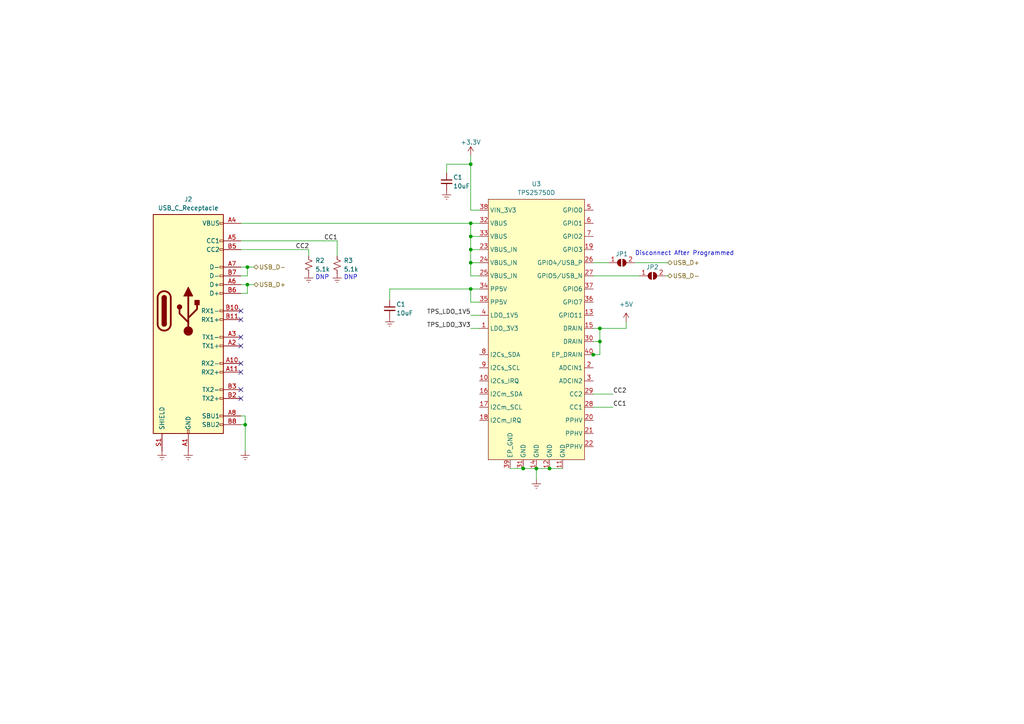
<source format=kicad_sch>
(kicad_sch (version 20230121) (generator eeschema)
  (paper "A4")
  (lib_symbols
    (symbol "Connector:USB_C_Receptacle" (pin_names (offset 1.016))
      (property "Reference" "J" (at -10.16 29.21 0))
      (property "Value" "USB_C_Receptacle" (at 10.16 29.21 0))
      (symbol "USB_C_Receptacle_0_0"
        (rectangle (start -0.254 -35.56) (end 0.254 -34.544))
        (rectangle (start 10.16 -32.766) (end 9.144 -33.274))
        (rectangle (start 10.16 -30.226) (end 9.144 -30.734))
        (rectangle (start 10.16 -25.146) (end 9.144 -25.654))
        (rectangle (start 10.16 -22.606) (end 9.144 -23.114))
        (rectangle (start 10.16 -17.526) (end 9.144 -18.034))
        (rectangle (start 10.16 -14.986) (end 9.144 -15.494))
        (rectangle (start 10.16 -9.906) (end 9.144 -10.414))
        (rectangle (start 10.16 -7.366) (end 9.144 -7.874))
        (rectangle (start 10.16 -2.286) (end 9.144 -2.794))
        (rectangle (start 10.16 0.254) (end 9.144 -0.254))
        (rectangle (start 10.16 5.334) (end 9.144 4.826))
        (rectangle (start 10.16 7.874) (end 9.144 7.366))
        (rectangle (start 10.16 10.414) (end 9.144 9.906))
        (rectangle (start 10.16 12.954) (end 9.144 12.446))
        (rectangle (start 10.16 18.034) (end 9.144 17.526))
        (rectangle (start 10.16 20.574) (end 9.144 20.066))
        (rectangle (start 10.16 25.654) (end 9.144 25.146))
      )
      (symbol "USB_C_Receptacle_0_1"
        (rectangle (start -10.16 27.94) (end 10.16 -35.56) (stroke (width 0.254)) (fill (type background)))
        (arc (start -8.89 -3.81) (mid -6.985 -5.7067) (end -5.08 -3.81) (stroke (width 0.508)))
        (arc (start -7.62 -3.81) (mid -6.985 -4.4423) (end -6.35 -3.81) (stroke (width 0.254)))
        (arc (start -7.62 -3.81) (mid -6.985 -4.4423) (end -6.35 -3.81) (stroke (width 0.254)) (fill (type outline)))
        (rectangle (start -7.62 -3.81) (end -6.35 3.81) (stroke (width 0.254)) (fill (type outline)))
        (arc (start -6.35 3.81) (mid -6.985 4.4423) (end -7.62 3.81) (stroke (width 0.254)))
        (arc (start -6.35 3.81) (mid -6.985 4.4423) (end -7.62 3.81) (stroke (width 0.254)) (fill (type outline)))
        (arc (start -5.08 3.81) (mid -6.985 5.7067) (end -8.89 3.81) (stroke (width 0.508)))
        (polyline (pts (xy -8.89 -3.81) (xy -8.89 3.81)) (stroke (width 0.508)))
        (polyline (pts (xy -5.08 3.81) (xy -5.08 -3.81)) (stroke (width 0.508)))
      )
      (symbol "USB_C_Receptacle_1_1"
        (circle (center -2.54 1.143) (radius 0.635) (stroke (width 0.254)) (fill (type outline)))
        (circle (center 0 -5.842) (radius 1.27) (fill (type outline)))
        (polyline (pts (xy 0 -5.842) (xy 0 4.318)) (stroke (width 0.508)))
        (polyline (pts (xy 0 -3.302) (xy -2.54 -0.762) (xy -2.54 0.508)) (stroke (width 0.508)))
        (polyline (pts (xy 0 -2.032) (xy 2.54 0.508) (xy 2.54 1.778)) (stroke (width 0.508)))
        (polyline (pts (xy -1.27 4.318) (xy 0 6.858) (xy 1.27 4.318) (xy -1.27 4.318)) (stroke (width 0.254)) (fill (type outline)))
        (rectangle (start 1.905 1.778) (end 3.175 3.048) (stroke (width 0.254)) (fill (type outline)))
        (pin passive line (at 0 -40.64 90) (length 5.08) (name "GND") (number "A1"))
        (pin bidirectional line (at 15.24 -15.24 180) (length 5.08) (name "RX2-") (number "A10"))
        (pin bidirectional line (at 15.24 -17.78 180) (length 5.08) (name "RX2+") (number "A11"))
        (pin passive line (at 0 -40.64 90) (length 5.08) hide (name "GND") (number "A12"))
        (pin bidirectional line (at 15.24 -10.16 180) (length 5.08) (name "TX1+") (number "A2"))
        (pin bidirectional line (at 15.24 -7.62 180) (length 5.08) (name "TX1-") (number "A3"))
        (pin passive line (at 15.24 25.4 180) (length 5.08) (name "VBUS") (number "A4"))
        (pin bidirectional line (at 15.24 20.32 180) (length 5.08) (name "CC1") (number "A5"))
        (pin bidirectional line (at 15.24 7.62 180) (length 5.08) (name "D+") (number "A6"))
        (pin bidirectional line (at 15.24 12.7 180) (length 5.08) (name "D-") (number "A7"))
        (pin bidirectional line (at 15.24 -30.48 180) (length 5.08) (name "SBU1") (number "A8"))
        (pin passive line (at 15.24 25.4 180) (length 5.08) hide (name "VBUS") (number "A9"))
        (pin passive line (at 0 -40.64 90) (length 5.08) hide (name "GND") (number "B1"))
        (pin bidirectional line (at 15.24 0 180) (length 5.08) (name "RX1-") (number "B10"))
        (pin bidirectional line (at 15.24 -2.54 180) (length 5.08) (name "RX1+") (number "B11"))
        (pin passive line (at 0 -40.64 90) (length 5.08) hide (name "GND") (number "B12"))
        (pin bidirectional line (at 15.24 -25.4 180) (length 5.08) (name "TX2+") (number "B2"))
        (pin bidirectional line (at 15.24 -22.86 180) (length 5.08) (name "TX2-") (number "B3"))
        (pin passive line (at 15.24 25.4 180) (length 5.08) hide (name "VBUS") (number "B4"))
        (pin bidirectional line (at 15.24 17.78 180) (length 5.08) (name "CC2") (number "B5"))
        (pin bidirectional line (at 15.24 5.08 180) (length 5.08) (name "D+") (number "B6"))
        (pin bidirectional line (at 15.24 10.16 180) (length 5.08) (name "D-") (number "B7"))
        (pin bidirectional line (at 15.24 -33.02 180) (length 5.08) (name "SBU2") (number "B8"))
        (pin passive line (at 15.24 25.4 180) (length 5.08) hide (name "VBUS") (number "B9"))
        (pin passive line (at -7.62 -40.64 90) (length 5.08) (name "SHIELD") (number "S1"))
      )
    )
    (symbol "Jumper:SolderJumper_2_Open" (pin_names (offset 0) hide)
      (property "Reference" "JP" (at 0 2.032 0))
      (property "Value" "SolderJumper_2_Open" (at 0 -2.54 0))
      (symbol "SolderJumper_2_Open_0_1"
        (arc (start -0.254 1.016) (mid -1.2656 0) (end -0.254 -1.016))
        (arc (start -0.254 1.016) (mid -1.2656 0) (end -0.254 -1.016) (fill (type outline)))
        (polyline (pts (xy -0.254 1.016) (xy -0.254 -1.016)))
        (polyline (pts (xy 0.254 1.016) (xy 0.254 -1.016)))
        (arc (start 0.254 -1.016) (mid 1.2656 0) (end 0.254 1.016))
        (arc (start 0.254 -1.016) (mid 1.2656 0) (end 0.254 1.016) (fill (type outline)))
      )
      (symbol "SolderJumper_2_Open_1_1"
        (pin passive line (at -3.81 0 0) (length 2.54) (name "A") (number "1"))
        (pin passive line (at 3.81 0 180) (length 2.54) (name "B") (number "2"))
      )
    )
    (symbol "elias_kountouris_manifest:C_10uF_6.3V_0402" (pin_numbers hide) (pin_names (offset 0) hide)
      (property "Reference" "C" (at 2.54 1.27 0))
      (property "Value" "10uF" (at 4.3665 -0.8811 0))
      (symbol "C_10uF_6.3V_0402_0_1"
        (polyline (pts (xy -1.524 -0.508) (xy 1.524 -0.508)) (stroke (width 0.3302)))
        (polyline (pts (xy -1.524 0.508) (xy 1.524 0.508)) (stroke (width 0.3048)))
      )
      (symbol "C_10uF_6.3V_0402_1_1"
        (pin passive line (at 0 2.54 270) (length 2.032) (name "~") (number "1"))
        (pin passive line (at 0 -2.54 90) (length 2.032) (name "~") (number "2"))
      )
    )
    (symbol "elias_kountouris_manifest:R_5.1k_0402" (pin_numbers hide) (pin_names (offset 0) hide)
      (property "Reference" "R" (at 2.2288 1.2496 0))
      (property "Value" "5.1k" (at 3.81 -1.27 0))
      (symbol "R_5.1k_0402_1_1"
        (polyline (pts (xy 0 0) (xy 1.016 -0.381) (xy 0 -0.762) (xy -1.016 -1.143) (xy 0 -1.524)))
        (polyline (pts (xy 0 1.524) (xy 1.016 1.143) (xy 0 0.762) (xy -1.016 0.381) (xy 0 0)))
        (pin passive line (at 0 2.54 270) (length 1.016) (name "~") (number "1"))
        (pin passive line (at 0 -2.54 90) (length 1.016) (name "~") (number "2"))
      )
    )
    (symbol "oscilliscope:TPS25750D"
      (property "Reference" "U" (at 0 6.35 0))
      (property "Value" "TPS25750D" (at 0 3.81 0))
      (symbol "TPS25750D_1_1"
        (rectangle (start -13.97 1.905) (end 13.97 -73.66) (fill (type background)))
        (pin power_out line (at -16.51 -35.56 0) (length 2.54) (name "LDO_3V3") (number "1"))
        (pin bidirectional line (at -16.51 -50.8 0) (length 2.54) (name "I2Cs_IRQ") (number "10"))
        (pin power_out line (at 7.62 -76.2 90) (length 2.54) (name "GND") (number "11"))
        (pin power_out line (at 3.81 -76.2 90) (length 2.54) (name "GND") (number "12"))
        (pin bidirectional line (at 16.51 -31.75 180) (length 2.54) (name "GPIO11") (number "13"))
        (pin power_out line (at 0 -76.2 90) (length 2.54) (name "GND") (number "14"))
        (pin power_in line (at 16.51 -35.56 180) (length 2.54) (name "DRAIN") (number "15"))
        (pin bidirectional line (at -16.51 -54.61 0) (length 2.54) (name "I2Cm_SDA") (number "16"))
        (pin bidirectional line (at -16.51 -58.42 0) (length 2.54) (name "I2Cm_SCL") (number "17"))
        (pin bidirectional line (at -16.51 -62.23 0) (length 2.54) (name "I2Cm_IRQ") (number "18"))
        (pin bidirectional line (at 16.51 -12.7 180) (length 2.54) (name "GPIO3") (number "19"))
        (pin input line (at 16.51 -46.99 180) (length 2.54) (name "ADCIN1") (number "2"))
        (pin power_out line (at 16.51 -62.23 180) (length 2.54) (name "PPHV") (number "20"))
        (pin power_out line (at 16.51 -66.04 180) (length 2.54) (name "PPHV") (number "21"))
        (pin power_out line (at 16.51 -69.85 180) (length 2.54) (name "PPHV") (number "22"))
        (pin power_in line (at -16.51 -12.7 0) (length 2.54) (name "VBUS_IN") (number "23"))
        (pin power_in line (at -16.51 -16.51 0) (length 2.54) (name "VBUS_IN") (number "24"))
        (pin power_in line (at -16.51 -20.32 0) (length 2.54) (name "VBUS_IN") (number "25"))
        (pin bidirectional line (at 16.51 -16.51 180) (length 2.54) (name "GPIO4/USB_P") (number "26"))
        (pin bidirectional line (at 16.51 -20.32 180) (length 2.54) (name "GPIO5/USB_N") (number "27"))
        (pin input line (at 16.51 -58.42 180) (length 2.54) (name "CC1") (number "28"))
        (pin input line (at 16.51 -54.61 180) (length 2.54) (name "CC2") (number "29"))
        (pin input line (at 16.51 -50.8 180) (length 2.54) (name "ADCIN2") (number "3"))
        (pin power_in line (at 16.51 -39.37 180) (length 2.54) (name "DRAIN") (number "30"))
        (pin power_out line (at -3.81 -76.2 90) (length 2.54) (name "GND") (number "31"))
        (pin power_out line (at -16.51 -5.08 0) (length 2.54) (name "VBUS") (number "32"))
        (pin power_out line (at -16.51 -8.89 0) (length 2.54) (name "VBUS") (number "33"))
        (pin power_in line (at -16.51 -24.13 0) (length 2.54) (name "PP5V") (number "34"))
        (pin power_in line (at -16.51 -27.94 0) (length 2.54) (name "PP5V") (number "35"))
        (pin bidirectional line (at 16.51 -27.94 180) (length 2.54) (name "GPIO7") (number "36"))
        (pin bidirectional line (at 16.51 -24.13 180) (length 2.54) (name "GPIO6") (number "37"))
        (pin power_in line (at -16.51 -1.27 0) (length 2.54) (name "VIN_3V3") (number "38"))
        (pin power_out line (at -7.62 -76.2 90) (length 2.54) (name "EP_GND") (number "39"))
        (pin power_out line (at -16.51 -31.75 0) (length 2.54) (name "LDO_1V5") (number "4"))
        (pin power_out line (at 16.51 -43.18 180) (length 2.54) (name "EP_DRAIN") (number "40"))
        (pin bidirectional line (at 16.51 -1.27 180) (length 2.54) (name "GPIO0") (number "5"))
        (pin bidirectional line (at 16.51 -5.08 180) (length 2.54) (name "GPIO1") (number "6"))
        (pin bidirectional line (at 16.51 -8.89 180) (length 2.54) (name "GPIO2") (number "7"))
        (pin bidirectional line (at -16.51 -43.18 0) (length 2.54) (name "I2Cs_SDA") (number "8"))
        (pin bidirectional line (at -16.51 -46.99 0) (length 2.54) (name "I2Cs_SCL") (number "9"))
      )
    )
    (symbol "power:+3.3V" (power) (pin_names (offset 0))
      (property "Value" "+3.3V" (at 0 3.556 0))
      (symbol "+3.3V_0_1"
        (polyline (pts (xy -0.762 1.27) (xy 0 2.54)))
        (polyline (pts (xy 0 0) (xy 0 2.54)))
        (polyline (pts (xy 0 2.54) (xy 0.762 1.27)))
      )
      (symbol "+3.3V_1_1"
        (pin power_in line (at 0 0 90) (length 0) hide (name "+3.3V") (number "1"))
      )
    )
    (symbol "power:+5V" (power) (pin_names (offset 0))
      (property "Value" "+5V" (at 0 3.556 0))
      (symbol "+5V_0_1"
        (polyline (pts (xy -0.762 1.27) (xy 0 2.54)))
        (polyline (pts (xy 0 0) (xy 0 2.54)))
        (polyline (pts (xy 0 2.54) (xy 0.762 1.27)))
      )
      (symbol "+5V_1_1"
        (pin power_in line (at 0 0 90) (length 0) hide (name "+5V") (number "1"))
      )
    )
    (symbol "power:GNDREF" (power) (pin_names (offset 0))
      (property "Value" "GND" (at 0 -3.81 0))
      (symbol "GNDREF_0_1"
        (polyline (pts (xy -0.635 -1.905) (xy 0.635 -1.905)))
        (polyline (pts (xy -0.127 -2.54) (xy 0.127 -2.54)))
        (polyline (pts (xy 0 -1.27) (xy 0 0)))
        (polyline (pts (xy 1.27 -1.27) (xy -1.27 -1.27)))
      )
      (symbol "GNDREF_1_1"
        (pin power_in line (at 0 0 270) (length 0) hide (name "GND") (number "1"))
      )
    )
  )
  (junction (at 155.575 135.89))
  (junction (at 136.525 83.82))
  (junction (at 71.755 82.55))
  (junction (at 151.765 135.89))
  (junction (at 136.525 76.2))
  (junction (at 136.525 68.58))
  (junction (at 71.755 77.47))
  (junction (at 136.525 72.39))
  (junction (at 173.99 99.06))
  (junction (at 159.385 135.89))
  (junction (at 173.99 95.25))
  (junction (at 136.525 47.625))
  (junction (at 172.085 102.87))
  (junction (at 136.525 64.77))
  (junction (at 71.12 123.19))
  (no_connect (at 69.85 113.03))
  (no_connect (at 69.85 90.17))
  (no_connect (at 69.85 97.79))
  (no_connect (at 69.85 105.41))
  (no_connect (at 69.85 92.71))
  (no_connect (at 69.85 107.95))
  (no_connect (at 69.85 115.57))
  (no_connect (at 69.85 100.33))
  (wire (pts (xy 177.8 114.3) (xy 172.085 114.3)))
  (wire (pts (xy 136.525 87.63) (xy 136.525 83.82)))
  (wire (pts (xy 69.85 85.09) (xy 71.755 85.09)))
  (wire (pts (xy 136.525 68.58) (xy 139.065 68.58)))
  (wire (pts (xy 129.54 50.165) (xy 129.54 47.625)))
  (wire (pts (xy 89.535 72.39) (xy 89.535 74.295)))
  (wire (pts (xy 136.525 72.39) (xy 139.065 72.39)))
  (wire (pts (xy 136.525 80.01) (xy 139.065 80.01)))
  (wire (pts (xy 155.575 135.89) (xy 155.575 139.065)))
  (wire (pts (xy 136.525 64.77) (xy 136.525 68.58)))
  (wire (pts (xy 147.955 135.89) (xy 151.765 135.89)))
  (wire (pts (xy 97.79 69.85) (xy 97.79 74.295)))
  (wire (pts (xy 172.085 99.06) (xy 173.99 99.06)))
  (wire (pts (xy 71.755 80.01) (xy 71.755 77.47)))
  (wire (pts (xy 173.99 95.25) (xy 172.085 95.25)))
  (wire (pts (xy 69.85 64.77) (xy 136.525 64.77)))
  (wire (pts (xy 136.525 47.625) (xy 136.525 60.96)))
  (wire (pts (xy 173.99 102.87) (xy 173.99 99.06)))
  (wire (pts (xy 193.675 80.01) (xy 193.04 80.01)))
  (wire (pts (xy 172.085 102.87) (xy 173.99 102.87)))
  (wire (pts (xy 136.525 83.82) (xy 139.065 83.82)))
  (wire (pts (xy 73.66 77.47) (xy 71.755 77.47)))
  (wire (pts (xy 173.99 99.06) (xy 173.99 95.25)))
  (wire (pts (xy 173.99 95.25) (xy 181.61 95.25)))
  (wire (pts (xy 136.525 60.96) (xy 139.065 60.96)))
  (wire (pts (xy 71.755 85.09) (xy 71.755 82.55)))
  (wire (pts (xy 171.45 102.87) (xy 172.085 102.87)))
  (wire (pts (xy 73.66 82.55) (xy 71.755 82.55)))
  (wire (pts (xy 139.065 87.63) (xy 136.525 87.63)))
  (wire (pts (xy 136.525 76.2) (xy 139.065 76.2)))
  (wire (pts (xy 129.54 47.625) (xy 136.525 47.625)))
  (wire (pts (xy 136.525 45.085) (xy 136.525 47.625)))
  (wire (pts (xy 71.12 120.65) (xy 69.85 120.65)))
  (wire (pts (xy 181.61 95.25) (xy 181.61 93.345)))
  (wire (pts (xy 136.525 95.25) (xy 139.065 95.25)))
  (wire (pts (xy 69.85 69.85) (xy 97.79 69.85)))
  (wire (pts (xy 136.525 72.39) (xy 136.525 76.2)))
  (wire (pts (xy 155.575 135.89) (xy 159.385 135.89)))
  (wire (pts (xy 151.765 135.89) (xy 155.575 135.89)))
  (wire (pts (xy 113.03 86.995) (xy 113.03 83.82)))
  (wire (pts (xy 71.12 123.19) (xy 71.12 130.81)))
  (wire (pts (xy 71.755 77.47) (xy 69.85 77.47)))
  (wire (pts (xy 136.525 64.77) (xy 139.065 64.77)))
  (wire (pts (xy 193.675 76.2) (xy 184.15 76.2)))
  (wire (pts (xy 71.755 82.55) (xy 69.85 82.55)))
  (wire (pts (xy 71.12 120.65) (xy 71.12 123.19)))
  (wire (pts (xy 172.085 80.01) (xy 185.42 80.01)))
  (wire (pts (xy 136.525 68.58) (xy 136.525 72.39)))
  (wire (pts (xy 159.385 135.89) (xy 163.195 135.89)))
  (wire (pts (xy 113.03 83.82) (xy 136.525 83.82)))
  (wire (pts (xy 71.12 123.19) (xy 69.85 123.19)))
  (wire (pts (xy 136.525 76.2) (xy 136.525 80.01)))
  (wire (pts (xy 172.085 76.2) (xy 176.53 76.2)))
  (wire (pts (xy 69.85 80.01) (xy 71.755 80.01)))
  (wire (pts (xy 136.525 91.44) (xy 139.065 91.44)))
  (wire (pts (xy 69.85 72.39) (xy 89.535 72.39)))
  (wire (pts (xy 177.8 118.11) (xy 172.085 118.11)))
  (text "DNP" (at 99.695 81.28 0) (effects (font (size 1.27 1.27)) (justify left bottom)))
  (text "DNP" (at 91.44 81.28 0) (effects (font (size 1.27 1.27)) (justify left bottom)))
  (text "Disconnect After Programmed" (at 184.15 74.295 0) (effects (font (size 1.27 1.27)) (justify left bottom)))
  (label "CC1" (at 93.98 69.85 0))
  (label "CC2" (at 85.725 72.39 0))
  (label "CC1" (at 177.8 118.11 0))
  (label "TPS_LDO_1V5" (at 136.525 91.44 180))
  (label "TPS_LDO_3V3" (at 136.525 95.25 180))
  (label "CC2" (at 177.8 114.3 0))
  (hierarchical_label "USB_D-" (shape bidirectional) (at 193.675 80.01 0))
  (hierarchical_label "USB_D+" (shape bidirectional) (at 73.66 82.55 0))
  (hierarchical_label "USB_D+" (shape bidirectional) (at 193.675 76.2 0))
  (hierarchical_label "USB_D-" (shape bidirectional) (at 73.66 77.47 0))
  (symbol (lib_id "oscilliscope:TPS25750D") (at 155.575 59.69 0) (unit 1)
    (property "Reference" "U3" (at 155.575 53.34 0))
    (property "Value" "TPS25750D" (at 155.575 55.88 0))
    (property "Footprint" "oscilliscope:TPS25750D" (effects hide))
    (property "Datasheet" "https://www.ti.com/lit/ds/symlink/tps25750.pdf" (effects hide))
    (property "PN" "296-TPS25750DRJKRCT-ND" (effects hide))
  )
  (symbol (lib_id "power:GNDREF") (at 71.12 130.81 0) (unit 1)
    (property "Reference" "#PWR07" (effects hide))
    (property "Value" "GND" (effects hide))
    (instances (project "oscilliscope" (path "" (reference "#PWR07") (unit 1)) (path "" (reference "#PWR022") (unit 1))))
  )
  (symbol (lib_id "power:+3.3V") (at 136.525 45.085 0) (mirror y) (unit 1)
    (property "Reference" "#PWR05" (effects hide))
    (property "Value" "+3.3V" (at 136.525 41.275 0))
    (instances (project "oscilliscope" (path "" (reference "#PWR05") (unit 1)) (path "" (reference "#PWR015") (unit 1))))
  )
  (symbol (lib_id "elias_kountouris_manifest:R_5.1k_0402") (at 97.79 76.835 0) (unit 1)
    (property "Reference" "R3" (at 99.695 75.565 0) (effects (justify left)))
    (property "Value" "5.1k" (at 99.695 78.105 0) (effects (justify left)))
    (property "Footprint" "Resistor_SMD:R_0402_1005Metric" (effects hide))
    (property "PN" "311-100KLRCT-ND" (effects hide))
    (property "Power" "1/16W" (effects hide))
    (property "Tolerance" "1%" (effects hide))
  )
  (symbol (lib_id "elias_kountouris_manifest:C_10uF_6.3V_0402") (at 129.54 52.705 0) (unit 1)
    (property "Reference" "C1" (at 131.445 51.435 0) (effects (justify left)))
    (property "Value" "10uF" (at 131.445 53.975 0) (effects (justify left)))
    (property "Footprint" "Capacitor_SMD:C_0402_1005Metric" (effects hide))
    (property "PN" "490-GRM155R60J106ME05DCT-ND" (effects hide))
    (property "Voltage" "6.3V" (effects hide))
    (property "Tolerance" "20%" (effects hide))
    (instances (project "oscilliscope" (path "" (reference "C1") (unit 1)) (path "" (reference "C9") (unit 1))))
  )
  (symbol (lib_id "power:GNDREF") (at 113.03 92.075 0) (unit 1)
    (property "Reference" "#PWR07" (effects hide))
    (property "Value" "GND" (effects hide))
    (instances (project "oscilliscope" (path "" (reference "#PWR07") (unit 1)) (path "" (reference "#PWR017") (unit 1))))
  )
  (symbol (lib_id "power:GNDREF") (at 155.575 139.065 0) (unit 1)
    (property "Reference" "#PWR07" (effects hide))
    (property "Value" "GND" (effects hide))
    (instances (project "oscilliscope" (path "" (reference "#PWR07") (unit 1)) (path "" (reference "#PWR023") (unit 1))))
  )
  (symbol (lib_id "power:GNDREF") (at 97.79 79.375 0) (unit 1)
    (property "Reference" "#PWR07" (effects hide))
    (property "Value" "GND" (effects hide))
    (instances (project "oscilliscope" (path "" (reference "#PWR07") (unit 1)) (path "" (reference "#PWR019") (unit 1))))
  )
  (symbol (lib_id "power:GNDREF") (at 46.99 130.81 0) (unit 1)
    (property "Reference" "#PWR07" (effects hide))
    (property "Value" "GND" (effects hide))
    (instances (project "oscilliscope" (path "" (reference "#PWR07") (unit 1)) (path "" (reference "#PWR021") (unit 1))))
  )
  (symbol (lib_id "power:GNDREF") (at 129.54 55.245 0) (unit 1)
    (property "Reference" "#PWR07" (effects hide))
    (property "Value" "GND" (effects hide))
    (instances (project "oscilliscope" (path "" (reference "#PWR07") (unit 1)) (path "" (reference "#PWR016") (unit 1))))
  )
  (symbol (lib_id "power:GNDREF") (at 89.535 79.375 0) (unit 1)
    (property "Reference" "#PWR07" (effects hide))
    (property "Value" "GND" (effects hide))
    (instances (project "oscilliscope" (path "" (reference "#PWR07") (unit 1)) (path "" (reference "#PWR018") (unit 1))))
  )
  (symbol (lib_id "power:GNDREF") (at 54.61 130.81 0) (unit 1)
    (property "Reference" "#PWR07" (effects hide))
    (property "Value" "GND" (effects hide))
    (instances (project "oscilliscope" (path "" (reference "#PWR07") (unit 1)) (path "" (reference "#PWR020") (unit 1))))
  )
  (symbol (lib_id "Jumper:SolderJumper_2_Open") (at 189.23 80.01 0) (unit 1)
    (property "Reference" "JP2" (at 189.23 77.47 0))
    (property "Value" "SolderJumper_2_Open" (effects hide))
  )
  (symbol (lib_id "elias_kountouris_manifest:R_5.1k_0402") (at 89.535 76.835 0) (unit 1)
    (property "Reference" "R2" (at 91.44 75.565 0) (effects (justify left)))
    (property "Value" "5.1k" (at 91.44 78.105 0) (effects (justify left)))
    (property "Footprint" "Resistor_SMD:R_0402_1005Metric" (effects hide))
    (property "PN" "311-100KLRCT-ND" (effects hide))
    (property "Power" "1/16W" (effects hide))
    (property "Tolerance" "1%" (effects hide))
  )
  (symbol (lib_id "Connector:USB_C_Receptacle") (at 54.61 90.17 0) (unit 1)
    (property "Reference" "J2" (at 54.61 57.785 0))
    (property "Value" "USB_C_Receptacle" (at 54.61 60.325 0))
    (property "Datasheet" "https://www.usb.org/sites/default/files/documents/usb_type-c.zip" (effects hide))
  )
  (symbol (lib_id "elias_kountouris_manifest:C_10uF_6.3V_0402") (at 113.03 89.535 0) (unit 1)
    (property "Reference" "C1" (at 114.935 88.265 0) (effects (justify left)))
    (property "Value" "10uF" (at 114.935 90.805 0) (effects (justify left)))
    (property "Footprint" "Capacitor_SMD:C_0402_1005Metric" (effects hide))
    (property "PN" "490-GRM155R60J106ME05DCT-ND" (effects hide))
    (property "Voltage" "6.3V" (effects hide))
    (property "Tolerance" "20%" (effects hide))
    (instances (project "oscilliscope" (path "" (reference "C1") (unit 1)) (path "" (reference "C10") (unit 1))))
  )
  (symbol (lib_id "power:+5V") (at 181.61 93.345 0) (unit 1)
    (property "Reference" "#PWR024" (effects hide))
    (property "Value" "+5V" (at 181.61 88.265 0))
  )
  (symbol (lib_id "Jumper:SolderJumper_2_Open") (at 180.34 76.2 0) (unit 1)
    (property "Reference" "JP1" (at 180.34 73.66 0))
    (property "Value" "SolderJumper_2_Open" (effects hide))
  )
)
</source>
